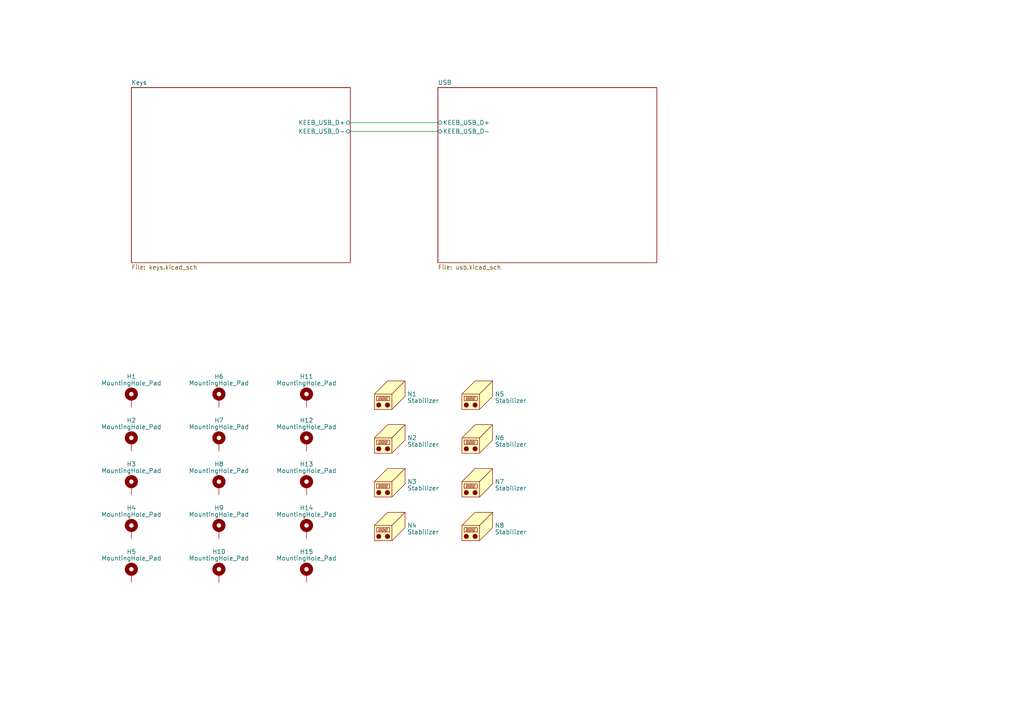
<source format=kicad_sch>
(kicad_sch (version 20231120) (generator "eeschema") (generator_version "8.0")
  (paper "A4")
  (lib_symbols
    (symbol "Mechanical:Housing" (pin_names (offset 1.016))
      (property "Reference" "N" (at 3.81 0 0))
      (property "Value" "Housing" (at 3.81 -1.905 0))
      (symbol "Housing_0_1"
        (rectangle (start -5.08 -0.635) (end -1.27 -1.905))
        (circle (center -4.445 -3.175) (radius 0.635) (fill (type outline)))
        (circle (center -1.905 -3.175) (radius 0.635) (fill (type outline)))
        (polyline (pts (xy -4.5212 -1.5748) (xy -4.4704 -1.3716)))
        (polyline (pts (xy -4.4196 -1.6764) (xy -4.064 -1.6764)))
        (polyline (pts (xy -4.4196 -1.2192) (xy -4.3688 -0.9652)))
        (polyline (pts (xy -4.318 -1.3208) (xy -4.0132 -1.3208)))
        (polyline (pts (xy -4.2164 -0.9144) (xy -3.9116 -0.9144)))
        (polyline (pts (xy -3.9116 -1.6256) (xy -3.8608 -1.3716)))
        (polyline (pts (xy -3.81 -1.2192) (xy -3.7592 -0.9652)))
        (polyline (pts (xy -3.6068 -1.5748) (xy -3.556 -1.3716)))
        (polyline (pts (xy -3.5052 -1.6764) (xy -3.1496 -1.6764)))
        (polyline (pts (xy -3.5052 -1.2192) (xy -3.4544 -0.9652)))
        (polyline (pts (xy -3.4036 -1.3208) (xy -3.0988 -1.3208)))
        (polyline (pts (xy -3.302 -0.9144) (xy -2.9972 -0.9144)))
        (polyline (pts (xy -2.9972 -1.6256) (xy -2.9464 -1.3716)))
        (polyline (pts (xy -2.8956 -1.2192) (xy -2.8448 -0.9652)))
        (polyline (pts (xy -2.6924 -1.5748) (xy -2.6416 -1.3716)))
        (polyline (pts (xy -2.5908 -1.6764) (xy -2.2352 -1.6764)))
        (polyline (pts (xy -2.5908 -1.2192) (xy -2.54 -0.9652)))
        (polyline (pts (xy -2.4892 -1.3208) (xy -2.1844 -1.3208)))
        (polyline (pts (xy -2.3876 -0.9144) (xy -2.0828 -0.9144)))
        (polyline (pts (xy -2.0828 -1.6256) (xy -2.032 -1.3716)))
        (polyline (pts (xy -1.9812 -1.2192) (xy -1.9304 -0.9652)))
        (polyline (pts (xy -0.635 0) (xy -0.635 -4.445)))
        (polyline (pts (xy -5.715 0) (xy -0.635 0) (xy 3.175 3.81)))
        (polyline (pts (xy -5.715 0) (xy -5.715 -4.445) (xy -0.635 -4.445) (xy 3.175 -0.635) (xy 3.175 3.81) (xy -1.905 3.81) (xy -5.715 0)) (fill (type background)))
      )
    )
    (symbol "Mechanical:MountingHole_Pad" (pin_numbers hide) (pin_names (offset 1.016) hide)
      (property "Reference" "H" (at 0 6.35 0))
      (property "Value" "MountingHole_Pad" (at 0 4.445 0))
      (symbol "MountingHole_Pad_0_1"
        (circle (center 0 1.27) (radius 1.27) (stroke (width 1.27)))
      )
      (symbol "MountingHole_Pad_1_1"
        (pin input line (at 0 -2.54 90) (length 2.54) (name "1") (number "1"))
      )
    )
  )
  (wire (pts (xy 101.6 35.56) (xy 127 35.56)))
  (wire (pts (xy 101.6 38.1) (xy 127 38.1)))
  (symbol (lib_id "Mechanical:Housing") (at 114.3 114.3 0) (unit 1)
    (property "Reference" "N1" (at 118.11 114.3 0) (effects (justify left)))
    (property "Value" "Stabilizer" (at 118.11 116.205 0) (effects (justify left)))
    (property "Footprint" "PCM_Mounting_Keyboard_Stabilizer:Stabilizer_Cherry_MX_2.00u" (effects (hide yes)))
    (property "Description" "Housing" (effects (hide yes)))
  )
  (symbol (lib_id "Mechanical:MountingHole_Pad") (at 38.1 140.97 0) (unit 1)
    (property "Reference" "H3" (at 38.1 134.62 0))
    (property "Value" "MountingHole_Pad" (at 38.1 136.525 0))
    (property "Footprint" "Mounting_Wuerth:Mounting_Wuerth_WA-SMSR-3.2mm_H5.1mm_ReverseMount_9775051960" (effects (hide yes)))
    (property "Description" "Mounting Hole with connection" (effects (hide yes)))
  )
  (symbol (lib_id "Mechanical:MountingHole_Pad") (at 63.5 166.37 0) (unit 1)
    (property "Reference" "H10" (at 63.5 160.02 0))
    (property "Value" "MountingHole_Pad" (at 63.5 161.925 0))
    (property "Footprint" "Mounting_Wuerth:Mounting_Wuerth_WA-SMSR-3.2mm_H5.1mm_ReverseMount_9775051960" (effects (hide yes)))
    (property "Description" "Mounting Hole with connection" (effects (hide yes)))
  )
  (symbol (lib_id "Mechanical:Housing") (at 114.3 139.7 0) (unit 1)
    (property "Reference" "N3" (at 118.11 139.7 0) (effects (justify left)))
    (property "Value" "Stabilizer" (at 118.11 141.605 0) (effects (justify left)))
    (property "Footprint" "PCM_Mounting_Keyboard_Stabilizer:Stabilizer_Cherry_MX_2.00u" (effects (hide yes)))
    (property "Description" "Housing" (effects (hide yes)))
  )
  (symbol (lib_id "Mechanical:MountingHole_Pad") (at 38.1 166.37 0) (unit 1)
    (property "Reference" "H5" (at 38.1 160.02 0))
    (property "Value" "MountingHole_Pad" (at 38.1 161.925 0))
    (property "Footprint" "Mounting_Wuerth:Mounting_Wuerth_WA-SMSR-3.2mm_H5.1mm_ReverseMount_9775051960" (effects (hide yes)))
    (property "Description" "Mounting Hole with connection" (effects (hide yes)))
  )
  (symbol (lib_id "Mechanical:Housing") (at 139.7 139.7 0) (unit 1)
    (property "Reference" "N7" (at 143.51 139.7 0) (effects (justify left)))
    (property "Value" "Stabilizer" (at 143.51 141.605 0) (effects (justify left)))
    (property "Footprint" "PCM_Mounting_Keyboard_Stabilizer:Stabilizer_Cherry_MX_2.00u" (effects (hide yes)))
    (property "Description" "Housing" (effects (hide yes)))
  )
  (symbol (lib_id "Mechanical:Housing") (at 139.7 114.3 0) (unit 1)
    (property "Reference" "N5" (at 143.51 114.3 0) (effects (justify left)))
    (property "Value" "Stabilizer" (at 143.51 116.205 0) (effects (justify left)))
    (property "Footprint" "PCM_Mounting_Keyboard_Stabilizer:Stabilizer_Cherry_MX_2.00u" (effects (hide yes)))
    (property "Description" "Housing" (effects (hide yes)))
  )
  (symbol (lib_id "Mechanical:MountingHole_Pad") (at 88.9 128.27 0) (unit 1)
    (property "Reference" "H12" (at 88.9 121.92 0))
    (property "Value" "MountingHole_Pad" (at 88.9 123.825 0))
    (property "Footprint" "Mounting_Wuerth:Mounting_Wuerth_WA-SMSR-3.2mm_H5.1mm_ReverseMount_9775051960" (effects (hide yes)))
    (property "Description" "Mounting Hole with connection" (effects (hide yes)))
  )
  (symbol (lib_id "Mechanical:MountingHole_Pad") (at 38.1 115.57 0) (unit 1)
    (property "Reference" "H1" (at 38.1 109.22 0))
    (property "Value" "MountingHole_Pad" (at 38.1 111.125 0))
    (property "Footprint" "Mounting_Wuerth:Mounting_Wuerth_WA-SMSR-3.2mm_H5.1mm_ReverseMount_9775051960" (effects (hide yes)))
    (property "Description" "Mounting Hole with connection" (effects (hide yes)))
  )
  (symbol (lib_id "Mechanical:MountingHole_Pad") (at 88.9 115.57 0) (unit 1)
    (property "Reference" "H11" (at 88.9 109.22 0))
    (property "Value" "MountingHole_Pad" (at 88.9 111.125 0))
    (property "Footprint" "Mounting_Wuerth:Mounting_Wuerth_WA-SMSR-3.2mm_H5.1mm_ReverseMount_9775051960" (effects (hide yes)))
    (property "Description" "Mounting Hole with connection" (effects (hide yes)))
  )
  (symbol (lib_id "Mechanical:MountingHole_Pad") (at 63.5 140.97 0) (unit 1)
    (property "Reference" "H8" (at 63.5 134.62 0))
    (property "Value" "MountingHole_Pad" (at 63.5 136.525 0))
    (property "Footprint" "Mounting_Wuerth:Mounting_Wuerth_WA-SMSR-3.2mm_H5.1mm_ReverseMount_9775051960" (effects (hide yes)))
    (property "Description" "Mounting Hole with connection" (effects (hide yes)))
  )
  (symbol (lib_id "Mechanical:MountingHole_Pad") (at 88.9 153.67 0) (unit 1)
    (property "Reference" "H14" (at 88.9 147.32 0))
    (property "Value" "MountingHole_Pad" (at 88.9 149.225 0))
    (property "Footprint" "Mounting_Wuerth:Mounting_Wuerth_WA-SMSR-3.2mm_H5.1mm_ReverseMount_9775051960" (effects (hide yes)))
    (property "Description" "Mounting Hole with connection" (effects (hide yes)))
  )
  (symbol (lib_id "Mechanical:MountingHole_Pad") (at 63.5 128.27 0) (unit 1)
    (property "Reference" "H7" (at 63.5 121.92 0))
    (property "Value" "MountingHole_Pad" (at 63.5 123.825 0))
    (property "Footprint" "Mounting_Wuerth:Mounting_Wuerth_WA-SMSR-3.2mm_H5.1mm_ReverseMount_9775051960" (effects (hide yes)))
    (property "Description" "Mounting Hole with connection" (effects (hide yes)))
  )
  (symbol (lib_id "Mechanical:Housing") (at 139.7 152.4 0) (unit 1)
    (property "Reference" "N8" (at 143.51 152.4 0) (effects (justify left)))
    (property "Value" "Stabilizer" (at 143.51 154.305 0) (effects (justify left)))
    (property "Footprint" "PCM_Mounting_Keyboard_Stabilizer:Stabilizer_Cherry_MX_2.00u" (effects (hide yes)))
    (property "Description" "Housing" (effects (hide yes)))
  )
  (symbol (lib_id "Mechanical:Housing") (at 114.3 127 0) (unit 1)
    (property "Reference" "N2" (at 118.11 127 0) (effects (justify left)))
    (property "Value" "Stabilizer" (at 118.11 128.905 0) (effects (justify left)))
    (property "Footprint" "PCM_Mounting_Keyboard_Stabilizer:Stabilizer_Cherry_MX_2.00u" (effects (hide yes)))
    (property "Description" "Housing" (effects (hide yes)))
  )
  (symbol (lib_id "Mechanical:Housing") (at 139.7 127 0) (unit 1)
    (property "Reference" "N6" (at 143.51 127 0) (effects (justify left)))
    (property "Value" "Stabilizer" (at 143.51 128.905 0) (effects (justify left)))
    (property "Footprint" "PCM_Mounting_Keyboard_Stabilizer:Stabilizer_Cherry_MX_2.00u" (effects (hide yes)))
    (property "Description" "Housing" (effects (hide yes)))
  )
  (symbol (lib_id "Mechanical:MountingHole_Pad") (at 63.5 115.57 0) (unit 1)
    (property "Reference" "H6" (at 63.5 109.22 0))
    (property "Value" "MountingHole_Pad" (at 63.5 111.125 0))
    (property "Footprint" "Mounting_Wuerth:Mounting_Wuerth_WA-SMSR-3.2mm_H5.1mm_ReverseMount_9775051960" (effects (hide yes)))
    (property "Description" "Mounting Hole with connection" (effects (hide yes)))
  )
  (symbol (lib_id "Mechanical:MountingHole_Pad") (at 38.1 153.67 0) (unit 1)
    (property "Reference" "H4" (at 38.1 147.32 0))
    (property "Value" "MountingHole_Pad" (at 38.1 149.225 0))
    (property "Footprint" "Mounting_Wuerth:Mounting_Wuerth_WA-SMSR-3.2mm_H5.1mm_ReverseMount_9775051960" (effects (hide yes)))
    (property "Description" "Mounting Hole with connection" (effects (hide yes)))
  )
  (symbol (lib_id "Mechanical:MountingHole_Pad") (at 63.5 153.67 0) (unit 1)
    (property "Reference" "H9" (at 63.5 147.32 0))
    (property "Value" "MountingHole_Pad" (at 63.5 149.225 0))
    (property "Footprint" "Mounting_Wuerth:Mounting_Wuerth_WA-SMSR-3.2mm_H5.1mm_ReverseMount_9775051960" (effects (hide yes)))
    (property "Description" "Mounting Hole with connection" (effects (hide yes)))
  )
  (symbol (lib_id "Mechanical:MountingHole_Pad") (at 88.9 140.97 0) (unit 1)
    (property "Reference" "H13" (at 88.9 134.62 0))
    (property "Value" "MountingHole_Pad" (at 88.9 136.525 0))
    (property "Footprint" "Mounting_Wuerth:Mounting_Wuerth_WA-SMSR-3.2mm_H5.1mm_ReverseMount_9775051960" (effects (hide yes)))
    (property "Description" "Mounting Hole with connection" (effects (hide yes)))
  )
  (symbol (lib_id "Mechanical:MountingHole_Pad") (at 38.1 128.27 0) (unit 1)
    (property "Reference" "H2" (at 38.1 121.92 0))
    (property "Value" "MountingHole_Pad" (at 38.1 123.825 0))
    (property "Footprint" "Mounting_Wuerth:Mounting_Wuerth_WA-SMSR-3.2mm_H5.1mm_ReverseMount_9775051960" (effects (hide yes)))
    (property "Description" "Mounting Hole with connection" (effects (hide yes)))
  )
  (symbol (lib_id "Mechanical:MountingHole_Pad") (at 88.9 166.37 0) (unit 1)
    (property "Reference" "H15" (at 88.9 160.02 0))
    (property "Value" "MountingHole_Pad" (at 88.9 161.925 0))
    (property "Footprint" "Mounting_Wuerth:Mounting_Wuerth_WA-SMSR-3.2mm_H5.1mm_ReverseMount_9775051960" (effects (hide yes)))
    (property "Description" "Mounting Hole with connection" (effects (hide yes)))
  )
  (symbol (lib_id "Mechanical:Housing") (at 114.3 152.4 0) (unit 1)
    (property "Reference" "N4" (at 118.11 152.4 0) (effects (justify left)))
    (property "Value" "Stabilizer" (at 118.11 154.305 0) (effects (justify left)))
    (property "Footprint" "PCM_Mounting_Keyboard_Stabilizer:Stabilizer_Cherry_MX_2.00u" (effects (hide yes)))
    (property "Description" "Housing" (effects (hide yes)))
  )
  (sheet (at 127 25.4) (size 63.5 50.8) (stroke (width 0.1524))
    (property "Sheetname" "USB" (at 127 24.6884 0) (effects (justify left bottom)))
    (property "Sheetfile" "usb.kicad_sch" (at 127 76.7846 0) (effects (justify left top)))
    (pin "KEEB_USB_D-" bidirectional (at 127 38.1 180))
    (pin "KEEB_USB_D+" bidirectional (at 127 35.56 180))
  )
  (sheet (at 38.1 25.4) (size 63.5 50.8) (stroke (width 0.1524))
    (property "Sheetname" "Keys" (at 38.1 24.6884 0) (effects (justify left bottom)))
    (property "Sheetfile" "keys.kicad_sch" (at 38.1 76.7846 0) (effects (justify left top)))
    (pin "KEEB_USB_D+" bidirectional (at 101.6 35.56 0))
    (pin "KEEB_USB_D-" bidirectional (at 101.6 38.1 0))
  )
)
</source>
